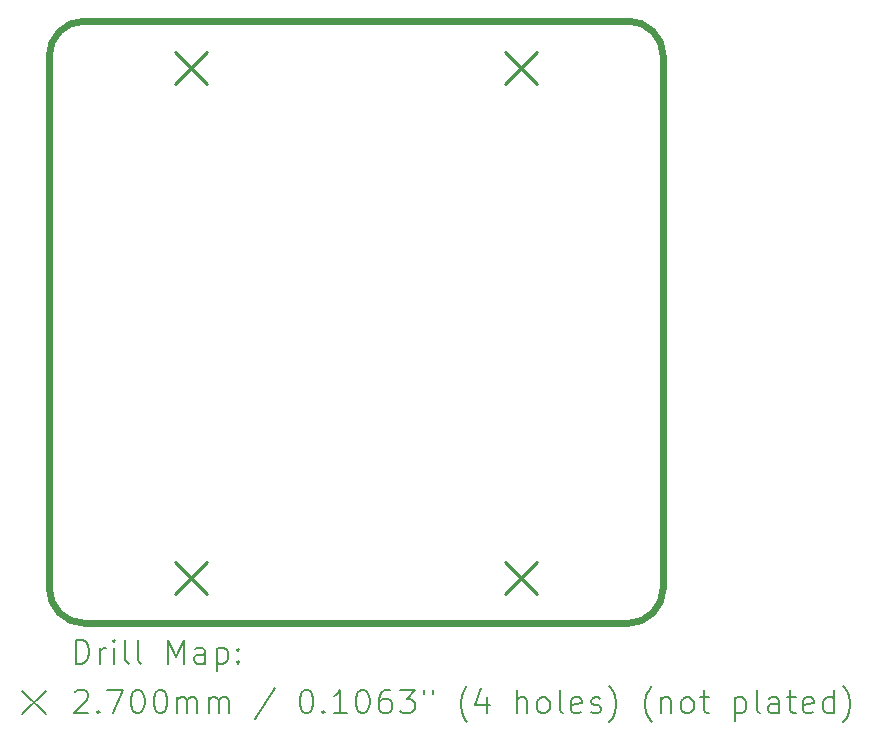
<source format=gbr>
%TF.GenerationSoftware,KiCad,Pcbnew,6.0.11-2627ca5db0~126~ubuntu22.04.1*%
%TF.CreationDate,2024-01-20T13:06:25+00:00*%
%TF.ProjectId,RP2040_minimal,52503230-3430-45f6-9d69-6e696d616c2e,REV1*%
%TF.SameCoordinates,Original*%
%TF.FileFunction,Drillmap*%
%TF.FilePolarity,Positive*%
%FSLAX45Y45*%
G04 Gerber Fmt 4.5, Leading zero omitted, Abs format (unit mm)*
G04 Created by KiCad (PCBNEW 6.0.11-2627ca5db0~126~ubuntu22.04.1) date 2024-01-20 13:06:25*
%MOMM*%
%LPD*%
G01*
G04 APERTURE LIST*
%ADD10C,0.600000*%
%ADD11C,0.200000*%
%ADD12C,0.270000*%
G04 APERTURE END LIST*
D10*
X12300000Y-12100000D02*
G75*
G03*
X12600000Y-11800000I0J300000D01*
G01*
X7400000Y-11800000D02*
G75*
G03*
X7700000Y-12100000I300000J0D01*
G01*
X7700000Y-7000000D02*
G75*
G03*
X7400000Y-7300000I0J-300000D01*
G01*
X12600000Y-7300000D02*
G75*
G03*
X12300000Y-7000000I-300000J0D01*
G01*
X12600000Y-7300000D02*
X12600000Y-11800000D01*
X7700000Y-7000000D02*
X12300000Y-7000000D01*
X7400000Y-11800000D02*
X7400000Y-7300000D01*
X12300000Y-12100000D02*
X7700000Y-12100000D01*
D11*
D12*
X8468000Y-7265000D02*
X8738000Y-7535000D01*
X8738000Y-7265000D02*
X8468000Y-7535000D01*
X8468000Y-11583000D02*
X8738000Y-11853000D01*
X8738000Y-11583000D02*
X8468000Y-11853000D01*
X11262000Y-7265000D02*
X11532000Y-7535000D01*
X11532000Y-7265000D02*
X11262000Y-7535000D01*
X11262000Y-11583000D02*
X11532000Y-11853000D01*
X11532000Y-11583000D02*
X11262000Y-11853000D01*
D11*
X7627619Y-12440476D02*
X7627619Y-12240476D01*
X7675238Y-12240476D01*
X7703809Y-12250000D01*
X7722857Y-12269048D01*
X7732381Y-12288095D01*
X7741905Y-12326190D01*
X7741905Y-12354762D01*
X7732381Y-12392857D01*
X7722857Y-12411905D01*
X7703809Y-12430952D01*
X7675238Y-12440476D01*
X7627619Y-12440476D01*
X7827619Y-12440476D02*
X7827619Y-12307143D01*
X7827619Y-12345238D02*
X7837143Y-12326190D01*
X7846667Y-12316667D01*
X7865714Y-12307143D01*
X7884762Y-12307143D01*
X7951428Y-12440476D02*
X7951428Y-12307143D01*
X7951428Y-12240476D02*
X7941905Y-12250000D01*
X7951428Y-12259524D01*
X7960952Y-12250000D01*
X7951428Y-12240476D01*
X7951428Y-12259524D01*
X8075238Y-12440476D02*
X8056190Y-12430952D01*
X8046667Y-12411905D01*
X8046667Y-12240476D01*
X8180000Y-12440476D02*
X8160952Y-12430952D01*
X8151428Y-12411905D01*
X8151428Y-12240476D01*
X8408571Y-12440476D02*
X8408571Y-12240476D01*
X8475238Y-12383333D01*
X8541905Y-12240476D01*
X8541905Y-12440476D01*
X8722857Y-12440476D02*
X8722857Y-12335714D01*
X8713333Y-12316667D01*
X8694286Y-12307143D01*
X8656190Y-12307143D01*
X8637143Y-12316667D01*
X8722857Y-12430952D02*
X8703810Y-12440476D01*
X8656190Y-12440476D01*
X8637143Y-12430952D01*
X8627619Y-12411905D01*
X8627619Y-12392857D01*
X8637143Y-12373809D01*
X8656190Y-12364286D01*
X8703810Y-12364286D01*
X8722857Y-12354762D01*
X8818095Y-12307143D02*
X8818095Y-12507143D01*
X8818095Y-12316667D02*
X8837143Y-12307143D01*
X8875238Y-12307143D01*
X8894286Y-12316667D01*
X8903810Y-12326190D01*
X8913333Y-12345238D01*
X8913333Y-12402381D01*
X8903810Y-12421428D01*
X8894286Y-12430952D01*
X8875238Y-12440476D01*
X8837143Y-12440476D01*
X8818095Y-12430952D01*
X8999048Y-12421428D02*
X9008571Y-12430952D01*
X8999048Y-12440476D01*
X8989524Y-12430952D01*
X8999048Y-12421428D01*
X8999048Y-12440476D01*
X8999048Y-12316667D02*
X9008571Y-12326190D01*
X8999048Y-12335714D01*
X8989524Y-12326190D01*
X8999048Y-12316667D01*
X8999048Y-12335714D01*
X7170000Y-12670000D02*
X7370000Y-12870000D01*
X7370000Y-12670000D02*
X7170000Y-12870000D01*
X7618095Y-12679524D02*
X7627619Y-12670000D01*
X7646667Y-12660476D01*
X7694286Y-12660476D01*
X7713333Y-12670000D01*
X7722857Y-12679524D01*
X7732381Y-12698571D01*
X7732381Y-12717619D01*
X7722857Y-12746190D01*
X7608571Y-12860476D01*
X7732381Y-12860476D01*
X7818095Y-12841428D02*
X7827619Y-12850952D01*
X7818095Y-12860476D01*
X7808571Y-12850952D01*
X7818095Y-12841428D01*
X7818095Y-12860476D01*
X7894286Y-12660476D02*
X8027619Y-12660476D01*
X7941905Y-12860476D01*
X8141905Y-12660476D02*
X8160952Y-12660476D01*
X8180000Y-12670000D01*
X8189524Y-12679524D01*
X8199048Y-12698571D01*
X8208571Y-12736667D01*
X8208571Y-12784286D01*
X8199048Y-12822381D01*
X8189524Y-12841428D01*
X8180000Y-12850952D01*
X8160952Y-12860476D01*
X8141905Y-12860476D01*
X8122857Y-12850952D01*
X8113333Y-12841428D01*
X8103809Y-12822381D01*
X8094286Y-12784286D01*
X8094286Y-12736667D01*
X8103809Y-12698571D01*
X8113333Y-12679524D01*
X8122857Y-12670000D01*
X8141905Y-12660476D01*
X8332381Y-12660476D02*
X8351428Y-12660476D01*
X8370476Y-12670000D01*
X8380000Y-12679524D01*
X8389524Y-12698571D01*
X8399048Y-12736667D01*
X8399048Y-12784286D01*
X8389524Y-12822381D01*
X8380000Y-12841428D01*
X8370476Y-12850952D01*
X8351428Y-12860476D01*
X8332381Y-12860476D01*
X8313333Y-12850952D01*
X8303809Y-12841428D01*
X8294286Y-12822381D01*
X8284762Y-12784286D01*
X8284762Y-12736667D01*
X8294286Y-12698571D01*
X8303809Y-12679524D01*
X8313333Y-12670000D01*
X8332381Y-12660476D01*
X8484762Y-12860476D02*
X8484762Y-12727143D01*
X8484762Y-12746190D02*
X8494286Y-12736667D01*
X8513333Y-12727143D01*
X8541905Y-12727143D01*
X8560952Y-12736667D01*
X8570476Y-12755714D01*
X8570476Y-12860476D01*
X8570476Y-12755714D02*
X8580000Y-12736667D01*
X8599048Y-12727143D01*
X8627619Y-12727143D01*
X8646667Y-12736667D01*
X8656190Y-12755714D01*
X8656190Y-12860476D01*
X8751429Y-12860476D02*
X8751429Y-12727143D01*
X8751429Y-12746190D02*
X8760952Y-12736667D01*
X8780000Y-12727143D01*
X8808571Y-12727143D01*
X8827619Y-12736667D01*
X8837143Y-12755714D01*
X8837143Y-12860476D01*
X8837143Y-12755714D02*
X8846667Y-12736667D01*
X8865714Y-12727143D01*
X8894286Y-12727143D01*
X8913333Y-12736667D01*
X8922857Y-12755714D01*
X8922857Y-12860476D01*
X9313333Y-12650952D02*
X9141905Y-12908095D01*
X9570476Y-12660476D02*
X9589524Y-12660476D01*
X9608571Y-12670000D01*
X9618095Y-12679524D01*
X9627619Y-12698571D01*
X9637143Y-12736667D01*
X9637143Y-12784286D01*
X9627619Y-12822381D01*
X9618095Y-12841428D01*
X9608571Y-12850952D01*
X9589524Y-12860476D01*
X9570476Y-12860476D01*
X9551429Y-12850952D01*
X9541905Y-12841428D01*
X9532381Y-12822381D01*
X9522857Y-12784286D01*
X9522857Y-12736667D01*
X9532381Y-12698571D01*
X9541905Y-12679524D01*
X9551429Y-12670000D01*
X9570476Y-12660476D01*
X9722857Y-12841428D02*
X9732381Y-12850952D01*
X9722857Y-12860476D01*
X9713333Y-12850952D01*
X9722857Y-12841428D01*
X9722857Y-12860476D01*
X9922857Y-12860476D02*
X9808571Y-12860476D01*
X9865714Y-12860476D02*
X9865714Y-12660476D01*
X9846667Y-12689048D01*
X9827619Y-12708095D01*
X9808571Y-12717619D01*
X10046667Y-12660476D02*
X10065714Y-12660476D01*
X10084762Y-12670000D01*
X10094286Y-12679524D01*
X10103810Y-12698571D01*
X10113333Y-12736667D01*
X10113333Y-12784286D01*
X10103810Y-12822381D01*
X10094286Y-12841428D01*
X10084762Y-12850952D01*
X10065714Y-12860476D01*
X10046667Y-12860476D01*
X10027619Y-12850952D01*
X10018095Y-12841428D01*
X10008571Y-12822381D01*
X9999048Y-12784286D01*
X9999048Y-12736667D01*
X10008571Y-12698571D01*
X10018095Y-12679524D01*
X10027619Y-12670000D01*
X10046667Y-12660476D01*
X10284762Y-12660476D02*
X10246667Y-12660476D01*
X10227619Y-12670000D01*
X10218095Y-12679524D01*
X10199048Y-12708095D01*
X10189524Y-12746190D01*
X10189524Y-12822381D01*
X10199048Y-12841428D01*
X10208571Y-12850952D01*
X10227619Y-12860476D01*
X10265714Y-12860476D01*
X10284762Y-12850952D01*
X10294286Y-12841428D01*
X10303810Y-12822381D01*
X10303810Y-12774762D01*
X10294286Y-12755714D01*
X10284762Y-12746190D01*
X10265714Y-12736667D01*
X10227619Y-12736667D01*
X10208571Y-12746190D01*
X10199048Y-12755714D01*
X10189524Y-12774762D01*
X10370476Y-12660476D02*
X10494286Y-12660476D01*
X10427619Y-12736667D01*
X10456190Y-12736667D01*
X10475238Y-12746190D01*
X10484762Y-12755714D01*
X10494286Y-12774762D01*
X10494286Y-12822381D01*
X10484762Y-12841428D01*
X10475238Y-12850952D01*
X10456190Y-12860476D01*
X10399048Y-12860476D01*
X10380000Y-12850952D01*
X10370476Y-12841428D01*
X10570476Y-12660476D02*
X10570476Y-12698571D01*
X10646667Y-12660476D02*
X10646667Y-12698571D01*
X10941905Y-12936667D02*
X10932381Y-12927143D01*
X10913333Y-12898571D01*
X10903810Y-12879524D01*
X10894286Y-12850952D01*
X10884762Y-12803333D01*
X10884762Y-12765238D01*
X10894286Y-12717619D01*
X10903810Y-12689048D01*
X10913333Y-12670000D01*
X10932381Y-12641428D01*
X10941905Y-12631905D01*
X11103810Y-12727143D02*
X11103810Y-12860476D01*
X11056190Y-12650952D02*
X11008571Y-12793809D01*
X11132381Y-12793809D01*
X11360952Y-12860476D02*
X11360952Y-12660476D01*
X11446667Y-12860476D02*
X11446667Y-12755714D01*
X11437143Y-12736667D01*
X11418095Y-12727143D01*
X11389524Y-12727143D01*
X11370476Y-12736667D01*
X11360952Y-12746190D01*
X11570476Y-12860476D02*
X11551428Y-12850952D01*
X11541905Y-12841428D01*
X11532381Y-12822381D01*
X11532381Y-12765238D01*
X11541905Y-12746190D01*
X11551428Y-12736667D01*
X11570476Y-12727143D01*
X11599048Y-12727143D01*
X11618095Y-12736667D01*
X11627619Y-12746190D01*
X11637143Y-12765238D01*
X11637143Y-12822381D01*
X11627619Y-12841428D01*
X11618095Y-12850952D01*
X11599048Y-12860476D01*
X11570476Y-12860476D01*
X11751428Y-12860476D02*
X11732381Y-12850952D01*
X11722857Y-12831905D01*
X11722857Y-12660476D01*
X11903809Y-12850952D02*
X11884762Y-12860476D01*
X11846667Y-12860476D01*
X11827619Y-12850952D01*
X11818095Y-12831905D01*
X11818095Y-12755714D01*
X11827619Y-12736667D01*
X11846667Y-12727143D01*
X11884762Y-12727143D01*
X11903809Y-12736667D01*
X11913333Y-12755714D01*
X11913333Y-12774762D01*
X11818095Y-12793809D01*
X11989524Y-12850952D02*
X12008571Y-12860476D01*
X12046667Y-12860476D01*
X12065714Y-12850952D01*
X12075238Y-12831905D01*
X12075238Y-12822381D01*
X12065714Y-12803333D01*
X12046667Y-12793809D01*
X12018095Y-12793809D01*
X11999048Y-12784286D01*
X11989524Y-12765238D01*
X11989524Y-12755714D01*
X11999048Y-12736667D01*
X12018095Y-12727143D01*
X12046667Y-12727143D01*
X12065714Y-12736667D01*
X12141905Y-12936667D02*
X12151428Y-12927143D01*
X12170476Y-12898571D01*
X12180000Y-12879524D01*
X12189524Y-12850952D01*
X12199048Y-12803333D01*
X12199048Y-12765238D01*
X12189524Y-12717619D01*
X12180000Y-12689048D01*
X12170476Y-12670000D01*
X12151428Y-12641428D01*
X12141905Y-12631905D01*
X12503809Y-12936667D02*
X12494286Y-12927143D01*
X12475238Y-12898571D01*
X12465714Y-12879524D01*
X12456190Y-12850952D01*
X12446667Y-12803333D01*
X12446667Y-12765238D01*
X12456190Y-12717619D01*
X12465714Y-12689048D01*
X12475238Y-12670000D01*
X12494286Y-12641428D01*
X12503809Y-12631905D01*
X12580000Y-12727143D02*
X12580000Y-12860476D01*
X12580000Y-12746190D02*
X12589524Y-12736667D01*
X12608571Y-12727143D01*
X12637143Y-12727143D01*
X12656190Y-12736667D01*
X12665714Y-12755714D01*
X12665714Y-12860476D01*
X12789524Y-12860476D02*
X12770476Y-12850952D01*
X12760952Y-12841428D01*
X12751428Y-12822381D01*
X12751428Y-12765238D01*
X12760952Y-12746190D01*
X12770476Y-12736667D01*
X12789524Y-12727143D01*
X12818095Y-12727143D01*
X12837143Y-12736667D01*
X12846667Y-12746190D01*
X12856190Y-12765238D01*
X12856190Y-12822381D01*
X12846667Y-12841428D01*
X12837143Y-12850952D01*
X12818095Y-12860476D01*
X12789524Y-12860476D01*
X12913333Y-12727143D02*
X12989524Y-12727143D01*
X12941905Y-12660476D02*
X12941905Y-12831905D01*
X12951428Y-12850952D01*
X12970476Y-12860476D01*
X12989524Y-12860476D01*
X13208571Y-12727143D02*
X13208571Y-12927143D01*
X13208571Y-12736667D02*
X13227619Y-12727143D01*
X13265714Y-12727143D01*
X13284762Y-12736667D01*
X13294286Y-12746190D01*
X13303809Y-12765238D01*
X13303809Y-12822381D01*
X13294286Y-12841428D01*
X13284762Y-12850952D01*
X13265714Y-12860476D01*
X13227619Y-12860476D01*
X13208571Y-12850952D01*
X13418095Y-12860476D02*
X13399048Y-12850952D01*
X13389524Y-12831905D01*
X13389524Y-12660476D01*
X13580000Y-12860476D02*
X13580000Y-12755714D01*
X13570476Y-12736667D01*
X13551428Y-12727143D01*
X13513333Y-12727143D01*
X13494286Y-12736667D01*
X13580000Y-12850952D02*
X13560952Y-12860476D01*
X13513333Y-12860476D01*
X13494286Y-12850952D01*
X13484762Y-12831905D01*
X13484762Y-12812857D01*
X13494286Y-12793809D01*
X13513333Y-12784286D01*
X13560952Y-12784286D01*
X13580000Y-12774762D01*
X13646667Y-12727143D02*
X13722857Y-12727143D01*
X13675238Y-12660476D02*
X13675238Y-12831905D01*
X13684762Y-12850952D01*
X13703809Y-12860476D01*
X13722857Y-12860476D01*
X13865714Y-12850952D02*
X13846667Y-12860476D01*
X13808571Y-12860476D01*
X13789524Y-12850952D01*
X13780000Y-12831905D01*
X13780000Y-12755714D01*
X13789524Y-12736667D01*
X13808571Y-12727143D01*
X13846667Y-12727143D01*
X13865714Y-12736667D01*
X13875238Y-12755714D01*
X13875238Y-12774762D01*
X13780000Y-12793809D01*
X14046667Y-12860476D02*
X14046667Y-12660476D01*
X14046667Y-12850952D02*
X14027619Y-12860476D01*
X13989524Y-12860476D01*
X13970476Y-12850952D01*
X13960952Y-12841428D01*
X13951428Y-12822381D01*
X13951428Y-12765238D01*
X13960952Y-12746190D01*
X13970476Y-12736667D01*
X13989524Y-12727143D01*
X14027619Y-12727143D01*
X14046667Y-12736667D01*
X14122857Y-12936667D02*
X14132381Y-12927143D01*
X14151428Y-12898571D01*
X14160952Y-12879524D01*
X14170476Y-12850952D01*
X14180000Y-12803333D01*
X14180000Y-12765238D01*
X14170476Y-12717619D01*
X14160952Y-12689048D01*
X14151428Y-12670000D01*
X14132381Y-12641428D01*
X14122857Y-12631905D01*
M02*

</source>
